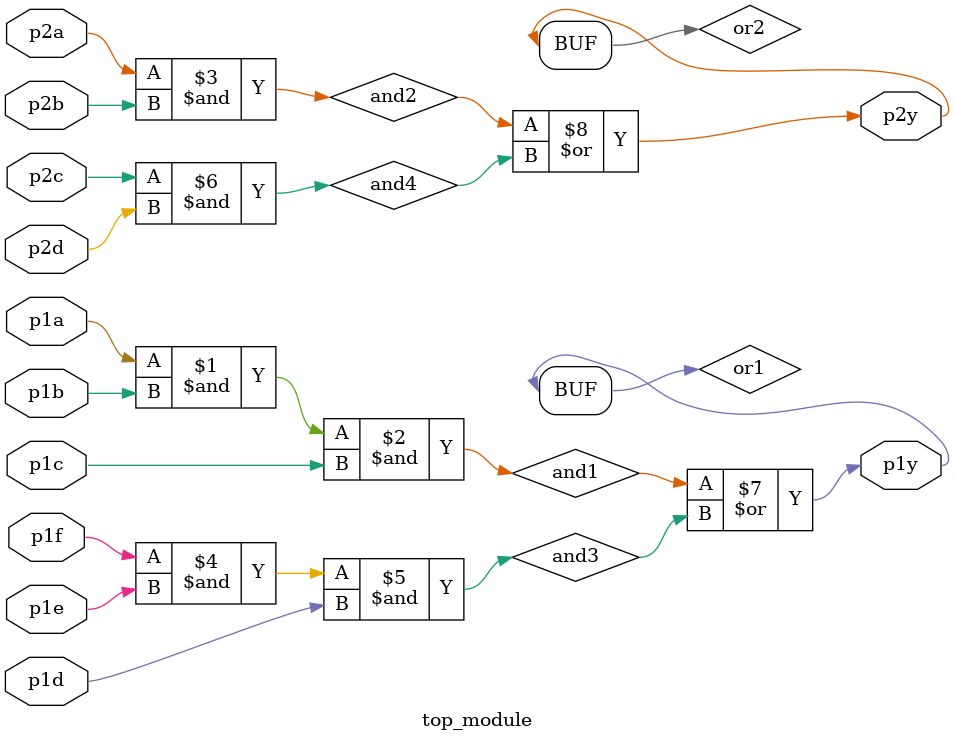
<source format=v>

module top_module ( 
    input p1a, p1b, p1c, p1d, p1e, p1f,
    output p1y,
    input p2a, p2b, p2c, p2d,
    output p2y );

    wire and1;
    wire and2;
    wire and3;
    wire and4;
    wire or1;
    wire or2;
    
    assign and1 = p1a & p1b & p1c;
    assign and2 = p2a & p2b;
    assign and3 = p1f & p1e & p1d;
    assign and4 = p2c & p2d;
    
    assign or1 = and1 | and3;
    assign or2 = and2 | and4;
    
    assign p1y = or1;
    assign p2y = or2;

endmodule

</source>
